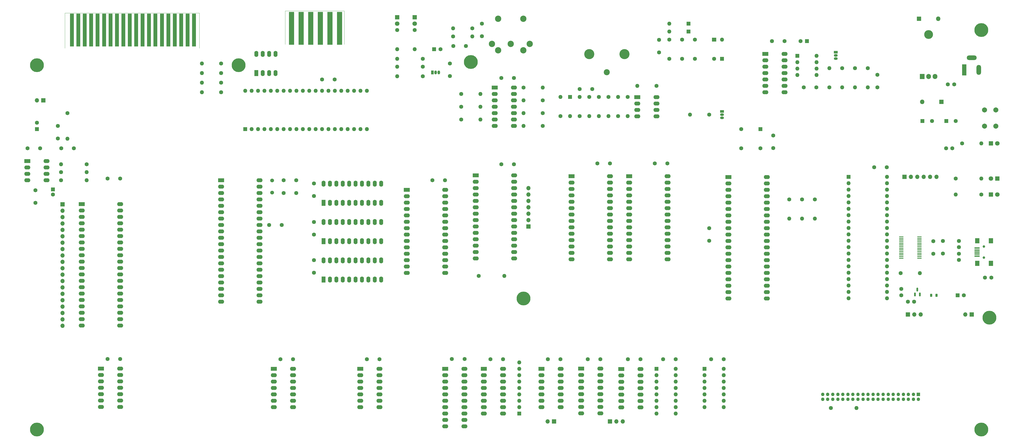
<source format=gbr>
%TF.GenerationSoftware,KiCad,Pcbnew,(6.0.6)*%
%TF.CreationDate,2022-08-30T12:21:23+02:00*%
%TF.ProjectId,Z80AllInOne,5a383041-6c6c-4496-9e4f-6e652e6b6963,rev?*%
%TF.SameCoordinates,Original*%
%TF.FileFunction,Soldermask,Top*%
%TF.FilePolarity,Negative*%
%FSLAX46Y46*%
G04 Gerber Fmt 4.6, Leading zero omitted, Abs format (unit mm)*
G04 Created by KiCad (PCBNEW (6.0.6)) date 2022-08-30 12:21:23*
%MOMM*%
%LPD*%
G01*
G04 APERTURE LIST*
G04 Aperture macros list*
%AMRoundRect*
0 Rectangle with rounded corners*
0 $1 Rounding radius*
0 $2 $3 $4 $5 $6 $7 $8 $9 X,Y pos of 4 corners*
0 Add a 4 corners polygon primitive as box body*
4,1,4,$2,$3,$4,$5,$6,$7,$8,$9,$2,$3,0*
0 Add four circle primitives for the rounded corners*
1,1,$1+$1,$2,$3*
1,1,$1+$1,$4,$5*
1,1,$1+$1,$6,$7*
1,1,$1+$1,$8,$9*
0 Add four rect primitives between the rounded corners*
20,1,$1+$1,$2,$3,$4,$5,0*
20,1,$1+$1,$4,$5,$6,$7,0*
20,1,$1+$1,$6,$7,$8,$9,0*
20,1,$1+$1,$8,$9,$2,$3,0*%
G04 Aperture macros list end*
%ADD10C,0.120000*%
%ADD11C,5.500000*%
%ADD12C,1.600000*%
%ADD13R,1.800000X1.600000*%
%ADD14R,1.700000X1.700000*%
%ADD15O,1.700000X1.700000*%
%ADD16O,1.600000X1.600000*%
%ADD17R,1.650000X13.000000*%
%ADD18C,2.400000*%
%ADD19C,4.000000*%
%ADD20R,1.800000X1.800000*%
%ADD21C,1.800000*%
%ADD22R,2.400000X1.600000*%
%ADD23O,2.400000X1.600000*%
%ADD24O,3.500000X3.500000*%
%ADD25R,1.905000X2.000000*%
%ADD26O,1.905000X2.000000*%
%ADD27R,1.600000X1.600000*%
%ADD28O,1.800000X1.800000*%
%ADD29C,1.500000*%
%ADD30R,1.600000X2.400000*%
%ADD31O,1.600000X2.400000*%
%ADD32R,1.500000X1.050000*%
%ADD33O,1.500000X1.050000*%
%ADD34C,1.000000*%
%ADD35R,2.000000X0.500000*%
%ADD36R,1.700000X2.000000*%
%ADD37C,2.500000*%
%ADD38R,1.800000X4.400000*%
%ADD39O,1.800000X4.000000*%
%ADD40O,4.000000X1.800000*%
%ADD41R,1.750000X0.450000*%
%ADD42RoundRect,0.150000X0.150000X-0.587500X0.150000X0.587500X-0.150000X0.587500X-0.150000X-0.587500X0*%
%ADD43R,2.000000X13.000000*%
%ADD44R,1.350000X1.350000*%
%ADD45O,1.350000X1.350000*%
%ADD46C,2.000000*%
%ADD47RoundRect,0.218750X0.218750X0.381250X-0.218750X0.381250X-0.218750X-0.381250X0.218750X-0.381250X0*%
%ADD48R,1.050000X1.500000*%
%ADD49O,1.050000X1.500000*%
G04 APERTURE END LIST*
D10*
%TO.C,JE1*%
X32639000Y-32639000D02*
X32639000Y-46609000D01*
X85979000Y-32639000D02*
X32639000Y-32639000D01*
X85979000Y-46609000D02*
X85979000Y-32639000D01*
%TO.C,J2*%
X143510000Y-45085000D02*
X143510000Y-31750000D01*
X120015000Y-31750000D02*
X120015000Y-45085000D01*
X143510000Y-31750000D02*
X120015000Y-31750000D01*
%TD*%
D11*
%TO.C,*%
X214630000Y-146050000D03*
%TD*%
D12*
%TO.C,K1*%
X282575000Y-43180000D03*
X277495000Y-43180000D03*
X272415000Y-43180000D03*
X282575000Y-50800000D03*
X277495000Y-50800000D03*
X272415000Y-50800000D03*
D13*
X290195000Y-43180000D03*
D12*
X290195000Y-50800000D03*
%TD*%
D14*
%TO.C,JP4*%
X248920000Y-194945000D03*
D15*
X251460000Y-194945000D03*
X254000000Y-194945000D03*
%TD*%
D11*
%TO.C,*%
X396240000Y-198120000D03*
%TD*%
D12*
%TO.C,C4*%
X313690000Y-81320000D03*
X313690000Y-86320000D03*
%TD*%
%TO.C,R21*%
X335905000Y-62215564D03*
D16*
X335905000Y-54595564D03*
%TD*%
D12*
%TO.C,C49*%
X198120000Y-41870000D03*
X198120000Y-36870000D03*
%TD*%
D17*
%TO.C,JE1*%
X83883000Y-39370000D03*
X81333000Y-39370000D03*
X78783000Y-39370000D03*
X76233000Y-39370000D03*
X73683000Y-39370000D03*
X71133000Y-39370000D03*
X68583000Y-39370000D03*
X66033000Y-39370000D03*
X63483000Y-39370000D03*
X60933000Y-39370000D03*
X58383000Y-39370000D03*
X55833000Y-39370000D03*
X53283000Y-39370000D03*
X50733000Y-39370000D03*
X48183000Y-39370000D03*
X45633000Y-39370000D03*
X43083000Y-39370000D03*
X40533000Y-39370000D03*
X37983000Y-39370000D03*
X35433000Y-39370000D03*
%TD*%
D12*
%TO.C,R5*%
X94615000Y-56515000D03*
D16*
X86995000Y-56515000D03*
%TD*%
D12*
%TO.C,C32*%
X20955000Y-103095112D03*
X20955000Y-108095112D03*
%TD*%
%TO.C,R19*%
X174625000Y-50800000D03*
D16*
X164465000Y-50800000D03*
%TD*%
D18*
%TO.C,J3*%
X247650000Y-56210000D03*
D19*
X254650000Y-48940000D03*
X240650000Y-48940000D03*
%TD*%
D20*
%TO.C,D4*%
X400050000Y-84455000D03*
D21*
X402590000Y-84455000D03*
%TD*%
D12*
%TO.C,C38*%
X206470000Y-170180000D03*
X201470000Y-170180000D03*
%TD*%
D22*
%TO.C,U28*%
X183515000Y-173990000D03*
D23*
X183515000Y-176530000D03*
X183515000Y-179070000D03*
X183515000Y-181610000D03*
X183515000Y-184150000D03*
X183515000Y-186690000D03*
X183515000Y-189230000D03*
X183515000Y-191770000D03*
X183515000Y-194310000D03*
X183515000Y-196850000D03*
X191135000Y-196850000D03*
X191135000Y-194310000D03*
X191135000Y-191770000D03*
X191135000Y-189230000D03*
X191135000Y-186690000D03*
X191135000Y-184150000D03*
X191135000Y-181610000D03*
X191135000Y-179070000D03*
X191135000Y-176530000D03*
X191135000Y-173990000D03*
%TD*%
D12*
%TO.C,R38*%
X244475000Y-66030000D03*
D16*
X244475000Y-73650000D03*
%TD*%
D24*
%TO.C,U29*%
X375285000Y-41190000D03*
D25*
X372745000Y-57850000D03*
D26*
X375285000Y-57850000D03*
X377825000Y-57850000D03*
%TD*%
D27*
%TO.C,D10*%
X233045000Y-66030000D03*
D16*
X233045000Y-73650000D03*
%TD*%
D27*
%TO.C,D8*%
X280035000Y-40005000D03*
D16*
X272415000Y-40005000D03*
%TD*%
D27*
%TO.C,C19*%
X179152375Y-46990000D03*
D12*
X181652375Y-46990000D03*
%TD*%
D27*
%TO.C,U23*%
X323215000Y-49655564D03*
D16*
X323215000Y-52195564D03*
X323215000Y-54735564D03*
X323215000Y-57275564D03*
X330835000Y-57275564D03*
X330835000Y-54735564D03*
X330835000Y-52195564D03*
X330835000Y-49655564D03*
%TD*%
D12*
%TO.C,C37*%
X224235000Y-170180000D03*
X229235000Y-170180000D03*
%TD*%
%TO.C,R14*%
X41275000Y-92710000D03*
D16*
X31115000Y-92710000D03*
%TD*%
D12*
%TO.C,C6*%
X353735000Y-93945000D03*
X358735000Y-93945000D03*
%TD*%
%TO.C,R4*%
X94615000Y-52705000D03*
D16*
X86995000Y-52705000D03*
%TD*%
D22*
%TO.C,U26*%
X198875000Y-174005000D03*
D23*
X198875000Y-176545000D03*
X198875000Y-179085000D03*
X198875000Y-181625000D03*
X198875000Y-184165000D03*
X198875000Y-186705000D03*
X198875000Y-189245000D03*
X198875000Y-191785000D03*
X206495000Y-191785000D03*
X206495000Y-189245000D03*
X206495000Y-186705000D03*
X206495000Y-184165000D03*
X206495000Y-181625000D03*
X206495000Y-179085000D03*
X206495000Y-176545000D03*
X206495000Y-174005000D03*
%TD*%
D12*
%TO.C,R3*%
X325120000Y-106680000D03*
D16*
X325120000Y-114300000D03*
%TD*%
D22*
%TO.C,U2*%
X233680000Y-97515000D03*
D23*
X233680000Y-100055000D03*
X233680000Y-102595000D03*
X233680000Y-105135000D03*
X233680000Y-107675000D03*
X233680000Y-110215000D03*
X233680000Y-112755000D03*
X233680000Y-115295000D03*
X233680000Y-117835000D03*
X233680000Y-120375000D03*
X233680000Y-122915000D03*
X233680000Y-125455000D03*
X233680000Y-127995000D03*
X233680000Y-130535000D03*
X248920000Y-130535000D03*
X248920000Y-127995000D03*
X248920000Y-125455000D03*
X248920000Y-122915000D03*
X248920000Y-120375000D03*
X248920000Y-117835000D03*
X248920000Y-115295000D03*
X248920000Y-112755000D03*
X248920000Y-110215000D03*
X248920000Y-107675000D03*
X248920000Y-105135000D03*
X248920000Y-102595000D03*
X248920000Y-100055000D03*
X248920000Y-97515000D03*
%TD*%
D12*
%TO.C,C30*%
X31195000Y-86360000D03*
X36195000Y-86360000D03*
%TD*%
%TO.C,C31*%
X17860000Y-86360000D03*
X22860000Y-86360000D03*
%TD*%
D20*
%TO.C,D6*%
X402590000Y-98425000D03*
D21*
X400050000Y-98425000D03*
%TD*%
D12*
%TO.C,C34*%
X354955000Y-62175564D03*
X354955000Y-57175564D03*
%TD*%
D22*
%TO.C,U20*%
X46990000Y-173975000D03*
D23*
X46990000Y-176515000D03*
X46990000Y-179055000D03*
X46990000Y-181595000D03*
X46990000Y-184135000D03*
X46990000Y-186675000D03*
X46990000Y-189215000D03*
X54610000Y-189215000D03*
X54610000Y-186675000D03*
X54610000Y-184135000D03*
X54610000Y-181595000D03*
X54610000Y-179055000D03*
X54610000Y-176515000D03*
X54610000Y-173975000D03*
%TD*%
D12*
%TO.C,R29*%
X222250000Y-72390000D03*
D16*
X214630000Y-72390000D03*
%TD*%
D12*
%TO.C,C3*%
X266700000Y-92430000D03*
X271700000Y-92430000D03*
%TD*%
D22*
%TO.C,U3*%
X256540000Y-97515000D03*
D23*
X256540000Y-100055000D03*
X256540000Y-102595000D03*
X256540000Y-105135000D03*
X256540000Y-107675000D03*
X256540000Y-110215000D03*
X256540000Y-112755000D03*
X256540000Y-115295000D03*
X256540000Y-117835000D03*
X256540000Y-120375000D03*
X256540000Y-122915000D03*
X256540000Y-125455000D03*
X256540000Y-127995000D03*
X256540000Y-130535000D03*
X271780000Y-130535000D03*
X271780000Y-127995000D03*
X271780000Y-125455000D03*
X271780000Y-122915000D03*
X271780000Y-120375000D03*
X271780000Y-117835000D03*
X271780000Y-115295000D03*
X271780000Y-112755000D03*
X271780000Y-110215000D03*
X271780000Y-107675000D03*
X271780000Y-105135000D03*
X271780000Y-102595000D03*
X271780000Y-100055000D03*
X271780000Y-97515000D03*
%TD*%
D27*
%TO.C,U4*%
X104185000Y-78785000D03*
D16*
X106725000Y-78785000D03*
X109265000Y-78785000D03*
X111805000Y-78785000D03*
X114345000Y-78785000D03*
X116885000Y-78785000D03*
X119425000Y-78785000D03*
X121965000Y-78785000D03*
X124505000Y-78785000D03*
X127045000Y-78785000D03*
X129585000Y-78785000D03*
X132125000Y-78785000D03*
X134665000Y-78785000D03*
X137205000Y-78785000D03*
X139745000Y-78785000D03*
X142285000Y-78785000D03*
X144825000Y-78785000D03*
X147365000Y-78785000D03*
X149905000Y-78785000D03*
X152445000Y-78785000D03*
X152445000Y-63545000D03*
X149905000Y-63545000D03*
X147365000Y-63545000D03*
X144825000Y-63545000D03*
X142285000Y-63545000D03*
X139745000Y-63545000D03*
X137205000Y-63545000D03*
X134665000Y-63545000D03*
X132125000Y-63545000D03*
X129585000Y-63545000D03*
X127045000Y-63545000D03*
X124505000Y-63545000D03*
X121965000Y-63545000D03*
X119425000Y-63545000D03*
X116885000Y-63545000D03*
X114345000Y-63545000D03*
X111805000Y-63545000D03*
X109265000Y-63545000D03*
X106725000Y-63545000D03*
X104185000Y-63545000D03*
%TD*%
D20*
%TO.C,D3*%
X380365000Y-67945000D03*
D28*
X372745000Y-67945000D03*
%TD*%
D22*
%TO.C,U13*%
X253350000Y-174090000D03*
D23*
X253350000Y-176630000D03*
X253350000Y-179170000D03*
X253350000Y-181710000D03*
X253350000Y-184250000D03*
X253350000Y-186790000D03*
X253350000Y-189330000D03*
X260970000Y-189330000D03*
X260970000Y-186790000D03*
X260970000Y-184250000D03*
X260970000Y-181710000D03*
X260970000Y-179170000D03*
X260970000Y-176630000D03*
X260970000Y-174090000D03*
%TD*%
D12*
%TO.C,R24*%
X288290000Y-73025000D03*
D16*
X280670000Y-73025000D03*
%TD*%
D12*
%TO.C,C23*%
X131445000Y-120650000D03*
X131445000Y-115650000D03*
%TD*%
D11*
%TO.C,*%
X101600000Y-53340000D03*
%TD*%
D22*
%TO.C,U19*%
X259715000Y-66040000D03*
D23*
X259715000Y-68580000D03*
X259715000Y-71120000D03*
X259715000Y-73660000D03*
X267335000Y-73660000D03*
X267335000Y-71120000D03*
X267335000Y-68580000D03*
X267335000Y-66040000D03*
%TD*%
D14*
%TO.C,JP2*%
X367045000Y-152400000D03*
D15*
X369585000Y-152400000D03*
X372125000Y-152400000D03*
%TD*%
D12*
%TO.C,R36*%
X248285000Y-66030000D03*
D16*
X248285000Y-73650000D03*
%TD*%
D12*
%TO.C,R8*%
X171450000Y-39370000D03*
D16*
X171450000Y-46990000D03*
%TD*%
D12*
%TO.C,C29*%
X54610000Y-98425000D03*
X49610000Y-98425000D03*
%TD*%
D29*
%TO.C,Y2*%
X114875000Y-104050000D03*
X114875000Y-99150000D03*
%TD*%
D11*
%TO.C,*%
X21590000Y-53340000D03*
%TD*%
D12*
%TO.C,C27*%
X274965000Y-170190000D03*
X269965000Y-170190000D03*
%TD*%
%TO.C,R32*%
X194310000Y-38735000D03*
D16*
X186690000Y-38735000D03*
%TD*%
D30*
%TO.C,U9*%
X135255000Y-123290000D03*
D31*
X137795000Y-123290000D03*
X140335000Y-123290000D03*
X142875000Y-123290000D03*
X145415000Y-123290000D03*
X147955000Y-123290000D03*
X150495000Y-123290000D03*
X153035000Y-123290000D03*
X155575000Y-123290000D03*
X158115000Y-123290000D03*
X158115000Y-115670000D03*
X155575000Y-115670000D03*
X153035000Y-115670000D03*
X150495000Y-115670000D03*
X147955000Y-115670000D03*
X145415000Y-115670000D03*
X142875000Y-115670000D03*
X140335000Y-115670000D03*
X137795000Y-115670000D03*
X135255000Y-115670000D03*
%TD*%
D30*
%TO.C,U8*%
X135260000Y-108040000D03*
D31*
X137800000Y-108040000D03*
X140340000Y-108040000D03*
X142880000Y-108040000D03*
X145420000Y-108040000D03*
X147960000Y-108040000D03*
X150500000Y-108040000D03*
X153040000Y-108040000D03*
X155580000Y-108040000D03*
X158120000Y-108040000D03*
X158120000Y-100420000D03*
X155580000Y-100420000D03*
X153040000Y-100420000D03*
X150500000Y-100420000D03*
X147960000Y-100420000D03*
X145420000Y-100420000D03*
X142880000Y-100420000D03*
X140340000Y-100420000D03*
X137800000Y-100420000D03*
X135260000Y-100420000D03*
%TD*%
D12*
%TO.C,R28*%
X222250000Y-77470000D03*
D16*
X214630000Y-77470000D03*
%TD*%
D12*
%TO.C,R35*%
X252095000Y-73650000D03*
D16*
X252095000Y-66030000D03*
%TD*%
D27*
%TO.C,U27*%
X286425000Y-173990000D03*
D16*
X286425000Y-176530000D03*
X286425000Y-179070000D03*
X286425000Y-181610000D03*
X286425000Y-184150000D03*
X286425000Y-186690000D03*
X286425000Y-189230000D03*
X294045000Y-189230000D03*
X294045000Y-186690000D03*
X294045000Y-184150000D03*
X294045000Y-181610000D03*
X294045000Y-179070000D03*
X294045000Y-176530000D03*
X294045000Y-173990000D03*
%TD*%
D14*
%TO.C,SPEAKER1*%
X24130000Y-67310000D03*
D15*
X21590000Y-67310000D03*
%TD*%
D27*
%TO.C,C42*%
X27940000Y-102775000D03*
D12*
X27940000Y-104775000D03*
%TD*%
%TO.C,R33*%
X186690000Y-41910000D03*
D16*
X194310000Y-41910000D03*
%TD*%
D12*
%TO.C,R10*%
X364202500Y-135990000D03*
D16*
X371822500Y-135990000D03*
%TD*%
D12*
%TO.C,R37*%
X267335000Y-61585000D03*
D16*
X259715000Y-61585000D03*
%TD*%
D12*
%TO.C,R12*%
X31115000Y-99060000D03*
D16*
X41275000Y-99060000D03*
%TD*%
D22*
%TO.C,U12*%
X310515000Y-48895000D03*
D23*
X310515000Y-51435000D03*
X310515000Y-53975000D03*
X310515000Y-56515000D03*
X310515000Y-59055000D03*
X310515000Y-61595000D03*
X310515000Y-64135000D03*
X318135000Y-64135000D03*
X318135000Y-61595000D03*
X318135000Y-59055000D03*
X318135000Y-56515000D03*
X318135000Y-53975000D03*
X318135000Y-51435000D03*
X318135000Y-48895000D03*
%TD*%
D22*
%TO.C,U22*%
X17780000Y-91440000D03*
D23*
X17780000Y-93980000D03*
X17780000Y-96520000D03*
X17780000Y-99060000D03*
X25400000Y-99060000D03*
X25400000Y-96520000D03*
X25400000Y-93980000D03*
X25400000Y-91440000D03*
%TD*%
D12*
%TO.C,C26*%
X118190000Y-170185000D03*
X123190000Y-170185000D03*
%TD*%
D27*
%TO.C,C54*%
X382280000Y-75565000D03*
D12*
X386080000Y-75565000D03*
%TD*%
%TO.C,R11*%
X386080000Y-98425000D03*
D16*
X396240000Y-98425000D03*
%TD*%
D12*
%TO.C,C35*%
X325785000Y-62215564D03*
X330785000Y-62215564D03*
%TD*%
%TO.C,C51*%
X236855000Y-62855000D03*
X241855000Y-62855000D03*
%TD*%
%TO.C,R7*%
X94615000Y-64135000D03*
D16*
X86995000Y-64135000D03*
%TD*%
D12*
%TO.C,R43*%
X396240000Y-104775000D03*
D16*
X386080000Y-104775000D03*
%TD*%
D14*
%TO.C,J4*%
X365760000Y-97755000D03*
D15*
X368300000Y-97755000D03*
X370840000Y-97755000D03*
X373380000Y-97755000D03*
X375920000Y-97755000D03*
X378460000Y-97755000D03*
%TD*%
D12*
%TO.C,R2*%
X320040000Y-106680000D03*
D16*
X320040000Y-114300000D03*
%TD*%
D12*
%TO.C,R30*%
X222250000Y-67310000D03*
D16*
X214630000Y-67310000D03*
%TD*%
D30*
%TO.C,U10*%
X135260000Y-138520000D03*
D31*
X137800000Y-138520000D03*
X140340000Y-138520000D03*
X142880000Y-138520000D03*
X145420000Y-138520000D03*
X147960000Y-138520000D03*
X150500000Y-138520000D03*
X153040000Y-138520000D03*
X155580000Y-138520000D03*
X158120000Y-138520000D03*
X158120000Y-130900000D03*
X155580000Y-130900000D03*
X153040000Y-130900000D03*
X150500000Y-130900000D03*
X147960000Y-130900000D03*
X145420000Y-130900000D03*
X142880000Y-130900000D03*
X140340000Y-130900000D03*
X137800000Y-130900000D03*
X135260000Y-130900000D03*
%TD*%
D11*
%TO.C,*%
X193675000Y-52070000D03*
%TD*%
D12*
%TO.C,C17*%
X124420000Y-99060000D03*
X119420000Y-99060000D03*
%TD*%
D14*
%TO.C,JP1*%
X392430000Y-152400000D03*
D15*
X389890000Y-152400000D03*
%TD*%
D22*
%TO.C,U18*%
X203200000Y-62230000D03*
D23*
X203200000Y-64770000D03*
X203200000Y-67310000D03*
X203200000Y-69850000D03*
X203200000Y-72390000D03*
X203200000Y-74930000D03*
X203200000Y-77470000D03*
X210820000Y-77470000D03*
X210820000Y-74930000D03*
X210820000Y-72390000D03*
X210820000Y-69850000D03*
X210820000Y-67310000D03*
X210820000Y-64770000D03*
X210820000Y-62230000D03*
%TD*%
D32*
%TO.C,Q3*%
X338445000Y-48245564D03*
D33*
X338445000Y-49515564D03*
X338445000Y-50785564D03*
%TD*%
D22*
%TO.C,U17*%
X149865000Y-173990000D03*
D23*
X149865000Y-176530000D03*
X149865000Y-179070000D03*
X149865000Y-181610000D03*
X149865000Y-184150000D03*
X149865000Y-186690000D03*
X149865000Y-189230000D03*
X157485000Y-189230000D03*
X157485000Y-186690000D03*
X157485000Y-184150000D03*
X157485000Y-181610000D03*
X157485000Y-179070000D03*
X157485000Y-176530000D03*
X157485000Y-173990000D03*
%TD*%
D27*
%TO.C,U5*%
X343530000Y-97760000D03*
D16*
X343530000Y-100300000D03*
X343530000Y-102840000D03*
X343530000Y-105380000D03*
X343530000Y-107920000D03*
X343530000Y-110460000D03*
X343530000Y-113000000D03*
X343530000Y-115540000D03*
X343530000Y-118080000D03*
X343530000Y-120620000D03*
X343530000Y-123160000D03*
X343530000Y-125700000D03*
X343530000Y-128240000D03*
X343530000Y-130780000D03*
X343530000Y-133320000D03*
X343530000Y-135860000D03*
X343530000Y-138400000D03*
X343530000Y-140940000D03*
X343530000Y-143480000D03*
X343530000Y-146020000D03*
X358770000Y-146020000D03*
X358770000Y-143480000D03*
X358770000Y-140940000D03*
X358770000Y-138400000D03*
X358770000Y-135860000D03*
X358770000Y-133320000D03*
X358770000Y-130780000D03*
X358770000Y-128240000D03*
X358770000Y-125700000D03*
X358770000Y-123160000D03*
X358770000Y-120620000D03*
X358770000Y-118080000D03*
X358770000Y-115540000D03*
X358770000Y-113000000D03*
X358770000Y-110460000D03*
X358770000Y-107920000D03*
X358770000Y-105380000D03*
X358770000Y-102840000D03*
X358770000Y-100300000D03*
X358770000Y-97760000D03*
%TD*%
D12*
%TO.C,R13*%
X31115000Y-95885000D03*
D16*
X41275000Y-95885000D03*
%TD*%
D22*
%TO.C,U24*%
X195630000Y-97155000D03*
D23*
X195630000Y-99695000D03*
X195630000Y-102235000D03*
X195630000Y-104775000D03*
X195630000Y-107315000D03*
X195630000Y-109855000D03*
X195630000Y-112395000D03*
X195630000Y-114935000D03*
X195630000Y-117475000D03*
X195630000Y-120015000D03*
X195630000Y-122555000D03*
X195630000Y-125095000D03*
X195630000Y-127635000D03*
X195630000Y-130175000D03*
X210870000Y-130175000D03*
X210870000Y-127635000D03*
X210870000Y-125095000D03*
X210870000Y-122555000D03*
X210870000Y-120015000D03*
X210870000Y-117475000D03*
X210870000Y-114935000D03*
X210870000Y-112395000D03*
X210870000Y-109855000D03*
X210870000Y-107315000D03*
X210870000Y-104775000D03*
X210870000Y-102235000D03*
X210870000Y-99695000D03*
X210870000Y-97155000D03*
%TD*%
D27*
%TO.C,C41*%
X386779888Y-144780000D03*
D12*
X389279888Y-144780000D03*
%TD*%
%TO.C,C46*%
X318125000Y-43820000D03*
X313125000Y-43820000D03*
%TD*%
D22*
%TO.C,U7*%
X94615000Y-99065000D03*
D23*
X94615000Y-101605000D03*
X94615000Y-104145000D03*
X94615000Y-106685000D03*
X94615000Y-109225000D03*
X94615000Y-111765000D03*
X94615000Y-114305000D03*
X94615000Y-116845000D03*
X94615000Y-119385000D03*
X94615000Y-121925000D03*
X94615000Y-124465000D03*
X94615000Y-127005000D03*
X94615000Y-129545000D03*
X94615000Y-132085000D03*
X94615000Y-134625000D03*
X94615000Y-137165000D03*
X94615000Y-139705000D03*
X94615000Y-142245000D03*
X94615000Y-144785000D03*
X94615000Y-147325000D03*
X109855000Y-147325000D03*
X109855000Y-144785000D03*
X109855000Y-142245000D03*
X109855000Y-139705000D03*
X109855000Y-137165000D03*
X109855000Y-134625000D03*
X109855000Y-132085000D03*
X109855000Y-129545000D03*
X109855000Y-127005000D03*
X109855000Y-124465000D03*
X109855000Y-121925000D03*
X109855000Y-119385000D03*
X109855000Y-116845000D03*
X109855000Y-114305000D03*
X109855000Y-111765000D03*
X109855000Y-109225000D03*
X109855000Y-106685000D03*
X109855000Y-104145000D03*
X109855000Y-101605000D03*
X109855000Y-99065000D03*
%TD*%
D12*
%TO.C,C24*%
X178475000Y-99060000D03*
X183475000Y-99060000D03*
%TD*%
D20*
%TO.C,D11*%
X400050000Y-104775000D03*
D21*
X402590000Y-104775000D03*
%TD*%
D34*
%TO.C,J1*%
X397200000Y-125430000D03*
X397200000Y-129830000D03*
D35*
X394500000Y-129230000D03*
X394500000Y-128430000D03*
X394500000Y-127630000D03*
X394500000Y-126830000D03*
X394500000Y-126030000D03*
D36*
X400050000Y-132080000D03*
X394600000Y-123180000D03*
X394600000Y-132080000D03*
X400050000Y-123180000D03*
%TD*%
D12*
%TO.C,C20*%
X113705000Y-116840000D03*
X118705000Y-116840000D03*
%TD*%
%TO.C,R40*%
X236855000Y-73650000D03*
D16*
X236855000Y-66030000D03*
%TD*%
D32*
%TO.C,Q4*%
X293370000Y-71755000D03*
D33*
X293370000Y-73025000D03*
X293370000Y-74295000D03*
%TD*%
D12*
%TO.C,C5*%
X134660000Y-59055000D03*
X139660000Y-59055000D03*
%TD*%
D37*
%TO.C,J6*%
X202050000Y-44910000D03*
X209550000Y-44910000D03*
X217050000Y-44910000D03*
X204550000Y-47410000D03*
X214550000Y-47410000D03*
X214550000Y-34910000D03*
X204550000Y-34910000D03*
%TD*%
D12*
%TO.C,R42*%
X196850000Y-137110000D03*
D16*
X207010000Y-137110000D03*
%TD*%
D12*
%TO.C,C2*%
X243920000Y-92430000D03*
X248920000Y-92430000D03*
%TD*%
%TO.C,C1*%
X288290000Y-123110000D03*
X288290000Y-118110000D03*
%TD*%
%TO.C,C39*%
X210820000Y-92710000D03*
X205820000Y-92710000D03*
%TD*%
D38*
%TO.C,JP5*%
X389430000Y-55210000D03*
D39*
X395230000Y-55210000D03*
D40*
X392430000Y-50410000D03*
%TD*%
D12*
%TO.C,C52*%
X289005000Y-170180000D03*
X294005000Y-170180000D03*
%TD*%
%TO.C,C47*%
X268357500Y-48265000D03*
X268357500Y-43265000D03*
%TD*%
%TO.C,R39*%
X240665000Y-66030000D03*
D16*
X240665000Y-73650000D03*
%TD*%
D12*
%TO.C,C48*%
X191770000Y-45720000D03*
X186770000Y-45720000D03*
%TD*%
%TO.C,C22*%
X131445000Y-135850000D03*
X131445000Y-130850000D03*
%TD*%
D27*
%TO.C,C36*%
X327015000Y-43820000D03*
D12*
X324515000Y-43820000D03*
%TD*%
%TO.C,C21*%
X131445000Y-100330000D03*
X131445000Y-105330000D03*
%TD*%
D22*
%TO.C,U21*%
X39370000Y-108585000D03*
D23*
X39370000Y-111125000D03*
X39370000Y-113665000D03*
X39370000Y-116205000D03*
X39370000Y-118745000D03*
X39370000Y-121285000D03*
X39370000Y-123825000D03*
X39370000Y-126365000D03*
X39370000Y-128905000D03*
X39370000Y-131445000D03*
X39370000Y-133985000D03*
X39370000Y-136525000D03*
X39370000Y-139065000D03*
X39370000Y-141605000D03*
X39370000Y-144145000D03*
X39370000Y-146685000D03*
X39370000Y-149225000D03*
X39370000Y-151765000D03*
X39370000Y-154305000D03*
X39370000Y-156845000D03*
X54610000Y-156845000D03*
X54610000Y-154305000D03*
X54610000Y-151765000D03*
X54610000Y-149225000D03*
X54610000Y-146685000D03*
X54610000Y-144145000D03*
X54610000Y-141605000D03*
X54610000Y-139065000D03*
X54610000Y-136525000D03*
X54610000Y-133985000D03*
X54610000Y-131445000D03*
X54610000Y-128905000D03*
X54610000Y-126365000D03*
X54610000Y-123825000D03*
X54610000Y-121285000D03*
X54610000Y-118745000D03*
X54610000Y-116205000D03*
X54610000Y-113665000D03*
X54610000Y-111125000D03*
X54610000Y-108585000D03*
%TD*%
D12*
%TO.C,R25*%
X189865000Y-64770000D03*
D16*
X197485000Y-64770000D03*
%TD*%
D27*
%TO.C,C53*%
X372847349Y-75565000D03*
D12*
X376647349Y-75565000D03*
%TD*%
%TO.C,R18*%
X174625000Y-53975000D03*
D16*
X164465000Y-53975000D03*
%TD*%
D12*
%TO.C,C45*%
X382197651Y-86360000D03*
X384697651Y-86360000D03*
%TD*%
D41*
%TO.C,U6*%
X364412500Y-121605000D03*
X364412500Y-122255000D03*
X364412500Y-122905000D03*
X364412500Y-123555000D03*
X364412500Y-124205000D03*
X364412500Y-124855000D03*
X364412500Y-125505000D03*
X364412500Y-126155000D03*
X364412500Y-126805000D03*
X364412500Y-127455000D03*
X364412500Y-128105000D03*
X364412500Y-128755000D03*
X364412500Y-129405000D03*
X364412500Y-130055000D03*
X371612500Y-130055000D03*
X371612500Y-129405000D03*
X371612500Y-128755000D03*
X371612500Y-128105000D03*
X371612500Y-127455000D03*
X371612500Y-126805000D03*
X371612500Y-126155000D03*
X371612500Y-125505000D03*
X371612500Y-124855000D03*
X371612500Y-124205000D03*
X371612500Y-123555000D03*
X371612500Y-122905000D03*
X371612500Y-122255000D03*
X371612500Y-121605000D03*
%TD*%
D42*
%TO.C,Q1*%
X369890000Y-144447500D03*
X371790000Y-144447500D03*
X370840000Y-142572500D03*
%TD*%
D12*
%TO.C,C28*%
X49600000Y-170170000D03*
X54600000Y-170170000D03*
%TD*%
%TO.C,C12*%
X387350000Y-128290000D03*
X387350000Y-130790000D03*
%TD*%
%TO.C,C9*%
X377190000Y-128270000D03*
X377190000Y-123270000D03*
%TD*%
%TO.C,R27*%
X189865000Y-74930000D03*
D16*
X197485000Y-74930000D03*
%TD*%
D12*
%TO.C,C15*%
X245110000Y-170180000D03*
X240110000Y-170180000D03*
%TD*%
%TO.C,R41*%
X229235000Y-73650000D03*
D16*
X229235000Y-66030000D03*
%TD*%
D14*
%TO.C,JP3*%
X226700000Y-194945000D03*
D15*
X224160000Y-194945000D03*
%TD*%
D12*
%TO.C,R6*%
X94615000Y-60325000D03*
D16*
X86995000Y-60325000D03*
%TD*%
D20*
%TO.C,D1*%
X171450000Y-34290000D03*
D21*
X171450000Y-36830000D03*
%TD*%
D12*
%TO.C,C40*%
X191185000Y-170170000D03*
X186185000Y-170170000D03*
%TD*%
%TO.C,C11*%
X387350000Y-123190000D03*
X387350000Y-125690000D03*
%TD*%
D43*
%TO.C,J2*%
X141605000Y-38735000D03*
X137795000Y-38735000D03*
X133985000Y-38735000D03*
X130175000Y-38735000D03*
X126365000Y-38735000D03*
X122555000Y-38735000D03*
%TD*%
D12*
%TO.C,R34*%
X255905000Y-66030000D03*
D16*
X255905000Y-73650000D03*
%TD*%
D12*
%TO.C,R1*%
X330200000Y-106680000D03*
D16*
X330200000Y-114300000D03*
%TD*%
D12*
%TO.C,R22*%
X340985000Y-54595564D03*
D16*
X340985000Y-62215564D03*
%TD*%
D27*
%TO.C,U15*%
X267335000Y-173990000D03*
D16*
X267335000Y-176530000D03*
X267335000Y-179070000D03*
X267335000Y-181610000D03*
X267335000Y-184150000D03*
X267335000Y-186690000D03*
X267335000Y-189230000D03*
X267335000Y-191770000D03*
X274955000Y-191770000D03*
X274955000Y-189230000D03*
X274955000Y-186690000D03*
X274955000Y-184150000D03*
X274955000Y-181610000D03*
X274955000Y-179070000D03*
X274955000Y-176530000D03*
X274955000Y-173990000D03*
%TD*%
D11*
%TO.C,REF\u002A\u002A*%
X21590000Y-198120000D03*
%TD*%
D12*
%TO.C,C33*%
X29845000Y-82510000D03*
X29845000Y-77510000D03*
%TD*%
%TO.C,R20*%
X346065000Y-54595564D03*
D16*
X346065000Y-62215564D03*
%TD*%
D12*
%TO.C,R23*%
X388620000Y-84455000D03*
D16*
X396240000Y-84455000D03*
%TD*%
D27*
%TO.C,D7*%
X293370000Y-50800000D03*
D16*
X293370000Y-43180000D03*
%TD*%
D23*
%TO.C,U1*%
X311150000Y-97790000D03*
X311150000Y-100330000D03*
X311150000Y-102870000D03*
X311150000Y-105410000D03*
X311150000Y-107950000D03*
X311150000Y-110490000D03*
X311150000Y-113030000D03*
X311150000Y-115570000D03*
X311150000Y-118110000D03*
X311150000Y-120650000D03*
X311150000Y-123190000D03*
X311150000Y-125730000D03*
X311150000Y-128270000D03*
X311150000Y-130810000D03*
X311150000Y-133350000D03*
X311150000Y-135890000D03*
X311150000Y-138430000D03*
X311150000Y-140970000D03*
X311150000Y-143510000D03*
X311150000Y-146050000D03*
X295910000Y-146050000D03*
X295910000Y-143510000D03*
X295910000Y-140970000D03*
X295910000Y-138430000D03*
X295910000Y-135890000D03*
X295910000Y-133350000D03*
X295910000Y-130810000D03*
X295910000Y-128270000D03*
X295910000Y-125730000D03*
X295910000Y-123190000D03*
X295910000Y-120650000D03*
X295910000Y-118110000D03*
X295910000Y-115570000D03*
X295910000Y-113030000D03*
X295910000Y-110490000D03*
X295910000Y-107950000D03*
X295910000Y-105410000D03*
X295910000Y-102870000D03*
X295910000Y-100330000D03*
D22*
X295910000Y-97790000D03*
%TD*%
D14*
%TO.C,J7*%
X31730000Y-108660000D03*
D15*
X31730000Y-111200000D03*
X31730000Y-113740000D03*
X31730000Y-116280000D03*
X31730000Y-118820000D03*
X31730000Y-121360000D03*
X31730000Y-123900000D03*
X31730000Y-126440000D03*
X31730000Y-128980000D03*
X31730000Y-131520000D03*
X31730000Y-134060000D03*
X31730000Y-136600000D03*
X31730000Y-139140000D03*
X31730000Y-141680000D03*
X31730000Y-144220000D03*
X31730000Y-146760000D03*
X31730000Y-149300000D03*
X31730000Y-151840000D03*
X31730000Y-154380000D03*
X31730000Y-156920000D03*
%TD*%
D44*
%TO.C,J10*%
X371267500Y-184150000D03*
D45*
X371267500Y-186150000D03*
X369267500Y-184150000D03*
X369267500Y-186150000D03*
X367267500Y-184150000D03*
X367267500Y-186150000D03*
X365267500Y-184150000D03*
X365267500Y-186150000D03*
X363267500Y-184150000D03*
X363267500Y-186150000D03*
X361267500Y-184150000D03*
X361267500Y-186150000D03*
X359267500Y-184150000D03*
X359267500Y-186150000D03*
X357267500Y-184150000D03*
X357267500Y-186150000D03*
X355267500Y-184150000D03*
X355267500Y-186150000D03*
X353267500Y-184150000D03*
X353267500Y-186150000D03*
X351267500Y-184150000D03*
X351267500Y-186150000D03*
X349267500Y-184150000D03*
X349267500Y-186150000D03*
X347267500Y-184150000D03*
X347267500Y-186150000D03*
X345267500Y-184150000D03*
X345267500Y-186150000D03*
X343267500Y-184150000D03*
X343267500Y-186150000D03*
X341267500Y-184150000D03*
X341267500Y-186150000D03*
X339267500Y-184150000D03*
X339267500Y-186150000D03*
X337267500Y-184150000D03*
X337267500Y-186150000D03*
X335267500Y-184150000D03*
X335267500Y-186150000D03*
X333267500Y-184150000D03*
X333267500Y-186150000D03*
%TD*%
D27*
%TO.C,RN1*%
X212860000Y-191770000D03*
D16*
X212860000Y-189230000D03*
X212860000Y-186690000D03*
X212860000Y-184150000D03*
X212860000Y-181610000D03*
X212860000Y-179070000D03*
X212860000Y-176530000D03*
X212860000Y-173990000D03*
X212860000Y-171450000D03*
%TD*%
D12*
%TO.C,R15*%
X33655000Y-72390000D03*
D16*
X33655000Y-82550000D03*
%TD*%
D20*
%TO.C,D12*%
X371475000Y-34925000D03*
D28*
X379095000Y-34925000D03*
%TD*%
D12*
%TO.C,C7*%
X369570000Y-147320000D03*
X367070000Y-147320000D03*
%TD*%
%TO.C,R26*%
X189865000Y-69850000D03*
D16*
X197485000Y-69850000D03*
%TD*%
D22*
%TO.C,U16*%
X115555000Y-173990000D03*
D23*
X115555000Y-176530000D03*
X115555000Y-179070000D03*
X115555000Y-181610000D03*
X115555000Y-184150000D03*
X115555000Y-186690000D03*
X115555000Y-189230000D03*
X123175000Y-189230000D03*
X123175000Y-186690000D03*
X123175000Y-184150000D03*
X123175000Y-181610000D03*
X123175000Y-179070000D03*
X123175000Y-176530000D03*
X123175000Y-173990000D03*
%TD*%
D12*
%TO.C,R16*%
X351145000Y-54595564D03*
D16*
X351145000Y-62215564D03*
%TD*%
D22*
%TO.C,U14*%
X237490000Y-173980000D03*
D23*
X237490000Y-176520000D03*
X237490000Y-179060000D03*
X237490000Y-181600000D03*
X237490000Y-184140000D03*
X237490000Y-186680000D03*
X237490000Y-189220000D03*
X237490000Y-191760000D03*
X245110000Y-191760000D03*
X245110000Y-189220000D03*
X245110000Y-186680000D03*
X245110000Y-184140000D03*
X245110000Y-181600000D03*
X245110000Y-179060000D03*
X245110000Y-176520000D03*
X245110000Y-173980000D03*
%TD*%
D27*
%TO.C,D9*%
X280035000Y-36830000D03*
D16*
X272415000Y-36830000D03*
%TD*%
D11*
%TO.C,*%
X396240000Y-39370000D03*
%TD*%
D46*
%TO.C,SW2*%
X401955000Y-77620000D03*
X401955000Y-71120000D03*
X397455000Y-77620000D03*
X397455000Y-71120000D03*
%TD*%
D12*
%TO.C,C44*%
X382945000Y-60960000D03*
X385445000Y-60960000D03*
%TD*%
%TO.C,C14*%
X260985000Y-170180000D03*
X255985000Y-170180000D03*
%TD*%
%TO.C,C16*%
X124420000Y-104140000D03*
X119420000Y-104140000D03*
%TD*%
D27*
%TO.C,C43*%
X21590000Y-78740000D03*
D12*
X21590000Y-76240000D03*
%TD*%
D47*
%TO.C,FB1*%
X378460000Y-144780000D03*
X376335000Y-144780000D03*
%TD*%
D14*
%TO.C,J8*%
X216535000Y-117430000D03*
D15*
X216535000Y-114890000D03*
X216535000Y-112350000D03*
X216535000Y-109810000D03*
X216535000Y-107270000D03*
X216535000Y-104730000D03*
X216535000Y-102190000D03*
%TD*%
D12*
%TO.C,C18*%
X185420000Y-52705000D03*
X185420000Y-57705000D03*
%TD*%
%TO.C,C13*%
X400180000Y-137785000D03*
X397680000Y-137785000D03*
%TD*%
D27*
%TO.C,X1*%
X308610000Y-78740000D03*
D12*
X300990000Y-78740000D03*
X300990000Y-86360000D03*
X308610000Y-86360000D03*
%TD*%
%TO.C,R17*%
X174625000Y-57785000D03*
D16*
X164465000Y-57785000D03*
%TD*%
D22*
%TO.C,U25*%
X221695000Y-173990000D03*
D23*
X221695000Y-176530000D03*
X221695000Y-179070000D03*
X221695000Y-181610000D03*
X221695000Y-184150000D03*
X221695000Y-186690000D03*
X221695000Y-189230000D03*
X229315000Y-189230000D03*
X229315000Y-186690000D03*
X229315000Y-184150000D03*
X229315000Y-181610000D03*
X229315000Y-179070000D03*
X229315000Y-176530000D03*
X229315000Y-173990000D03*
%TD*%
D12*
%TO.C,C50*%
X210820000Y-58420000D03*
X205820000Y-58420000D03*
%TD*%
%TO.C,C25*%
X152475000Y-170185000D03*
X157475000Y-170185000D03*
%TD*%
%TO.C,C8*%
X364490000Y-144780000D03*
X364490000Y-142280000D03*
%TD*%
%TO.C,R31*%
X214630000Y-62230000D03*
D16*
X222250000Y-62230000D03*
%TD*%
D22*
%TO.C,U11*%
X168275000Y-102870000D03*
D23*
X168275000Y-105410000D03*
X168275000Y-107950000D03*
X168275000Y-110490000D03*
X168275000Y-113030000D03*
X168275000Y-115570000D03*
X168275000Y-118110000D03*
X168275000Y-120650000D03*
X168275000Y-123190000D03*
X168275000Y-125730000D03*
X168275000Y-128270000D03*
X168275000Y-130810000D03*
X168275000Y-133350000D03*
X168275000Y-135890000D03*
X183515000Y-135890000D03*
X183515000Y-133350000D03*
X183515000Y-130810000D03*
X183515000Y-128270000D03*
X183515000Y-125730000D03*
X183515000Y-123190000D03*
X183515000Y-120650000D03*
X183515000Y-118110000D03*
X183515000Y-115570000D03*
X183515000Y-113030000D03*
X183515000Y-110490000D03*
X183515000Y-107950000D03*
X183515000Y-105410000D03*
X183515000Y-102870000D03*
%TD*%
D12*
%TO.C,R44*%
X336550000Y-189595000D03*
D16*
X346710000Y-189595000D03*
%TD*%
D48*
%TO.C,Q2*%
X178435000Y-56240000D03*
D49*
X179705000Y-56240000D03*
X180975000Y-56240000D03*
%TD*%
D20*
%TO.C,D2*%
X164465000Y-34290000D03*
D21*
X164465000Y-36830000D03*
%TD*%
D12*
%TO.C,C10*%
X381000000Y-123190000D03*
X381000000Y-128190000D03*
%TD*%
D30*
%TO.C,SW1*%
X108595000Y-56530000D03*
D31*
X111135000Y-56530000D03*
X113675000Y-56530000D03*
X116215000Y-56530000D03*
X116215000Y-48910000D03*
X113675000Y-48910000D03*
X111135000Y-48910000D03*
X108595000Y-48910000D03*
%TD*%
D11*
%TO.C,*%
X399415000Y-153670000D03*
%TD*%
D12*
%TO.C,R9*%
X164465000Y-39370000D03*
D16*
X164465000Y-46990000D03*
%TD*%
M02*

</source>
